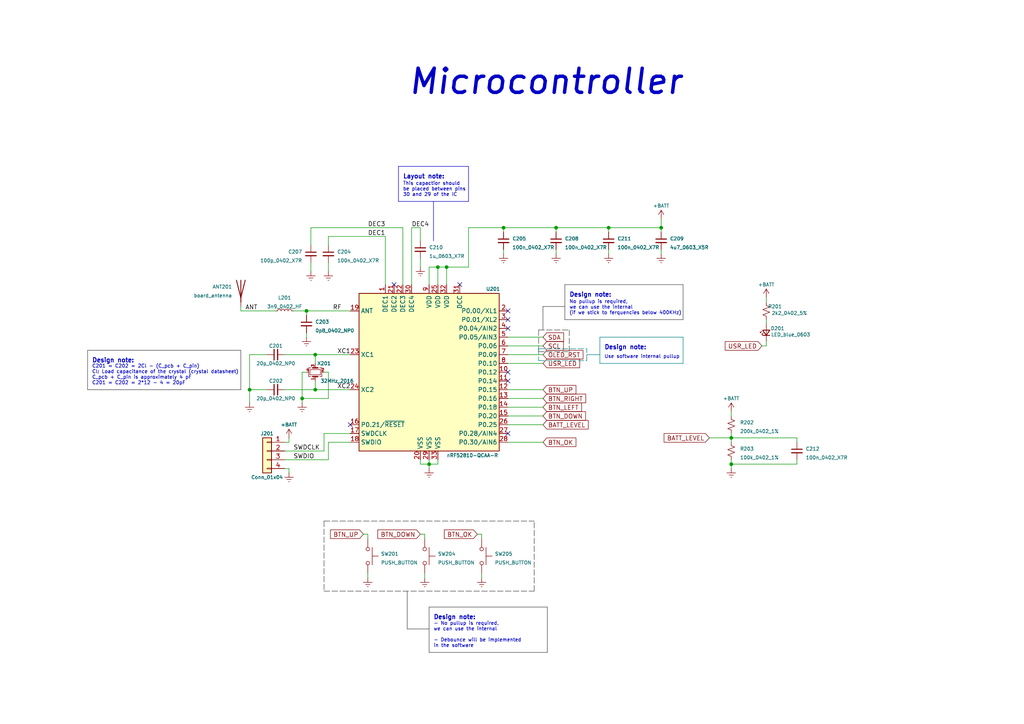
<source format=kicad_sch>
(kicad_sch (version 20211123) (generator eeschema)
  (paper "A4")
  (lib_symbols
    (symbol "Connector_Generic:Conn_01x04" (pin_names (offset 1.016) hide)
      (property "Reference" "J" (at 0 5.08 0))
      (property "Value" "Conn_01x04" (at 0 -7.62 0))
      (symbol "Conn_01x04_1_1"
        (rectangle (start -1.27 -4.953) (end 0 -5.207) (stroke (width 0.1524)))
        (rectangle (start -1.27 -2.413) (end 0 -2.667) (stroke (width 0.1524)))
        (rectangle (start -1.27 0.127) (end 0 -0.127) (stroke (width 0.1524)))
        (rectangle (start -1.27 2.667) (end 0 2.413) (stroke (width 0.1524)))
        (rectangle (start -1.27 3.81) (end 1.27 -6.35) (stroke (width 0.254)) (fill (type background)))
        (pin passive line (at -5.08 2.54 0) (length 3.81) (name "Pin_1") (number "1"))
        (pin passive line (at -5.08 0 0) (length 3.81) (name "Pin_2") (number "2"))
        (pin passive line (at -5.08 -2.54 0) (length 3.81) (name "Pin_3") (number "3"))
        (pin passive line (at -5.08 -5.08 0) (length 3.81) (name "Pin_4") (number "4"))
      )
    )
    (symbol "Device:Antenna" (pin_numbers hide) (pin_names (offset 1.016) hide)
      (property "Reference" "AE" (at -1.905 1.905 0))
      (property "Value" "Antenna" (at -1.905 0 0))
      (symbol "Antenna_0_1"
        (polyline (pts (xy 0 2.54) (xy 0 -3.81)) (stroke (width 0.254)))
        (polyline (pts (xy 1.27 2.54) (xy 0 -2.54) (xy -1.27 2.54)) (stroke (width 0.254)))
      )
      (symbol "Antenna_1_1"
        (pin input line (at 0 -5.08 90) (length 2.54) (name "A") (number "1"))
      )
    )
    (symbol "Device:C_Small" (pin_numbers hide) (pin_names (offset 0.254) hide)
      (property "Reference" "C" (at 0.254 1.778 0))
      (property "Value" "C_Small" (at 0.254 -2.032 0))
      (symbol "C_Small_0_1"
        (polyline (pts (xy -1.524 -0.508) (xy 1.524 -0.508)) (stroke (width 0.3302)))
        (polyline (pts (xy -1.524 0.508) (xy 1.524 0.508)) (stroke (width 0.3048)))
      )
      (symbol "C_Small_1_1"
        (pin passive line (at 0 2.54 270) (length 2.032) (name "~") (number "1"))
        (pin passive line (at 0 -2.54 90) (length 2.032) (name "~") (number "2"))
      )
    )
    (symbol "Device:Crystal_GND24_Small" (pin_names (offset 1.016) hide)
      (property "Reference" "Y" (at 1.27 4.445 0))
      (property "Value" "Crystal_GND24_Small" (at 1.27 2.54 0))
      (symbol "Crystal_GND24_Small_0_1"
        (rectangle (start -0.762 -1.524) (end 0.762 1.524))
        (polyline (pts (xy -1.27 -0.762) (xy -1.27 0.762)) (stroke (width 0.381)))
        (polyline (pts (xy 1.27 -0.762) (xy 1.27 0.762)) (stroke (width 0.381)))
        (polyline (pts (xy -1.27 -1.27) (xy -1.27 -1.905) (xy 1.27 -1.905) (xy 1.27 -1.27)))
        (polyline (pts (xy -1.27 1.27) (xy -1.27 1.905) (xy 1.27 1.905) (xy 1.27 1.27)))
      )
      (symbol "Crystal_GND24_Small_1_1"
        (pin passive line (at -2.54 0 0) (length 1.27) (name "1") (number "1"))
        (pin passive line (at 0 -2.54 90) (length 0.635) (name "2") (number "2"))
        (pin passive line (at 2.54 0 180) (length 1.27) (name "3") (number "3"))
        (pin passive line (at 0 2.54 270) (length 0.635) (name "4") (number "4"))
      )
    )
    (symbol "Device:LED_Small" (pin_numbers hide) (pin_names (offset 0.254) hide)
      (property "Reference" "D" (at -1.27 3.175 0))
      (property "Value" "LED_Small" (at -4.445 -2.54 0))
      (symbol "LED_Small_0_1"
        (polyline (pts (xy -0.762 -1.016) (xy -0.762 1.016)) (stroke (width 0.254)))
        (polyline (pts (xy 1.016 0) (xy -0.762 0)))
        (polyline (pts (xy 0.762 -1.016) (xy -0.762 0) (xy 0.762 1.016) (xy 0.762 -1.016)) (stroke (width 0.254)))
        (polyline (pts (xy 0 0.762) (xy -0.508 1.27) (xy -0.254 1.27) (xy -0.508 1.27) (xy -0.508 1.016)))
        (polyline (pts (xy 0.508 1.27) (xy 0 1.778) (xy 0.254 1.778) (xy 0 1.778) (xy 0 1.524)))
      )
      (symbol "LED_Small_1_1"
        (pin passive line (at -2.54 0 0) (length 1.778) (name "K") (number "1"))
        (pin passive line (at 2.54 0 180) (length 1.778) (name "A") (number "2"))
      )
    )
    (symbol "Device:L_Small" (pin_numbers hide) (pin_names (offset 0.254) hide)
      (property "Reference" "L" (at 0.762 1.016 0))
      (property "Value" "L_Small" (at 0.762 -1.016 0))
      (symbol "L_Small_0_1"
        (arc (start 0 -2.032) (mid 0.508 -1.524) (end 0 -1.016))
        (arc (start 0 -1.016) (mid 0.508 -0.508) (end 0 0))
        (arc (start 0 0) (mid 0.508 0.508) (end 0 1.016))
        (arc (start 0 1.016) (mid 0.508 1.524) (end 0 2.032))
      )
      (symbol "L_Small_1_1"
        (pin passive line (at 0 2.54 270) (length 0.508) (name "~") (number "1"))
        (pin passive line (at 0 -2.54 90) (length 0.508) (name "~") (number "2"))
      )
    )
    (symbol "Device:R_Small_US" (pin_numbers hide) (pin_names (offset 0.254) hide)
      (property "Reference" "R" (at 0.762 0.508 0))
      (property "Value" "R_Small_US" (at 0.762 -1.016 0))
      (symbol "R_Small_US_1_1"
        (polyline (pts (xy 0 0) (xy 1.016 -0.381) (xy 0 -0.762) (xy -1.016 -1.143) (xy 0 -1.524)))
        (polyline (pts (xy 0 1.524) (xy 1.016 1.143) (xy 0 0.762) (xy -1.016 0.381) (xy 0 0)))
        (pin passive line (at 0 2.54 270) (length 1.016) (name "~") (number "1"))
        (pin passive line (at 0 -2.54 90) (length 1.016) (name "~") (number "2"))
      )
    )
    (symbol "MCU_Nordic:nRF52810-QCxx"
      (property "Reference" "U201" (at 16.51 24.13 0))
      (property "Value" "nRF52810-QCAA-R" (at 5.08 -24.13 0))
      (symbol "nRF52810-QCxx_0_1"
        (rectangle (start -20.32 22.86) (end 20.32 -22.86) (stroke (width 0.254)) (fill (type background)))
      )
      (symbol "nRF52810-QCxx_1_1"
        (pin passive line (at -12.7 25.4 270) (length 2.54) (name "DEC1") (number "1"))
        (pin bidirectional line (at 22.86 0 180) (length 2.54) (name "P0.12") (number "10"))
        (pin bidirectional line (at 22.86 -2.54 180) (length 2.54) (name "P0.14") (number "11"))
        (pin bidirectional line (at 22.86 -5.08 180) (length 2.54) (name "P0.15") (number "12"))
        (pin bidirectional line (at 22.86 -7.62 180) (length 2.54) (name "P0.16") (number "13"))
        (pin bidirectional line (at 22.86 -10.16 180) (length 2.54) (name "P0.18") (number "14"))
        (pin bidirectional line (at 22.86 -12.7 180) (length 2.54) (name "P0.20") (number "15"))
        (pin bidirectional line (at -22.86 -15.24 0) (length 2.54) (name "P0.21/~{RESET}") (number "16"))
        (pin input line (at -22.86 -17.78 0) (length 2.54) (name "SWDCLK") (number "17"))
        (pin bidirectional line (at -22.86 -20.32 0) (length 2.54) (name "SWDIO") (number "18"))
        (pin passive line (at -22.86 17.78 0) (length 2.54) (name "ANT") (number "19"))
        (pin bidirectional line (at 22.86 17.78 180) (length 2.54) (name "P0.00/XL1") (number "2"))
        (pin power_in line (at -2.54 -25.4 90) (length 2.54) (name "VSS") (number "20"))
        (pin passive line (at -10.16 25.4 270) (length 2.54) (name "DEC2") (number "21"))
        (pin passive line (at -7.62 25.4 270) (length 2.54) (name "DEC3") (number "22"))
        (pin input line (at -22.86 5.08 0) (length 2.54) (name "XC1") (number "23"))
        (pin input line (at -22.86 -5.08 0) (length 2.54) (name "XC2") (number "24"))
        (pin power_in line (at 2.54 25.4 270) (length 2.54) (name "VDD") (number "25"))
        (pin bidirectional line (at 22.86 -15.24 180) (length 2.54) (name "P0.25") (number "26"))
        (pin bidirectional line (at 22.86 -17.78 180) (length 2.54) (name "P0.28/AIN4") (number "27"))
        (pin bidirectional line (at 22.86 -20.32 180) (length 2.54) (name "P0.30/AIN6") (number "28"))
        (pin power_in line (at 0 -25.4 90) (length 2.54) (name "VSS") (number "29"))
        (pin bidirectional line (at 22.86 15.24 180) (length 2.54) (name "P0.01/XL2") (number "3"))
        (pin passive line (at -5.08 25.4 270) (length 2.54) (name "DEC4") (number "30"))
        (pin power_out line (at 8.89 25.4 270) (length 2.54) (name "DCC") (number "31"))
        (pin power_in line (at 5.08 25.4 270) (length 2.54) (name "VDD") (number "32"))
        (pin power_in line (at 2.54 -25.4 90) (length 2.54) (name "VSS") (number "33"))
        (pin bidirectional line (at 22.86 12.7 180) (length 2.54) (name "P0.04/AIN2") (number "4"))
        (pin bidirectional line (at 22.86 10.16 180) (length 2.54) (name "P0.05/AIN3") (number "5"))
        (pin bidirectional line (at 22.86 7.62 180) (length 2.54) (name "P0.06") (number "6"))
        (pin bidirectional line (at 22.86 5.08 180) (length 2.54) (name "P0.09") (number "7"))
        (pin bidirectional line (at 22.86 2.54 180) (length 2.54) (name "P0.10") (number "8"))
        (pin power_in line (at 0 25.4 270) (length 2.54) (name "VDD") (number "9"))
      )
    )
    (symbol "Switch:SW_Push" (pin_numbers hide) (pin_names (offset 1.016) hide)
      (property "Reference" "SW" (at 1.27 2.54 0))
      (property "Value" "SW_Push" (at 0 -1.524 0))
      (symbol "SW_Push_0_1"
        (circle (center -2.032 0) (radius 0.508))
        (polyline (pts (xy 0 1.27) (xy 0 3.048)))
        (polyline (pts (xy 2.54 1.27) (xy -2.54 1.27)))
        (circle (center 2.032 0) (radius 0.508))
        (pin passive line (at -5.08 0 0) (length 2.54) (name "1") (number "1"))
        (pin passive line (at 5.08 0 180) (length 2.54) (name "2") (number "2"))
      )
    )
    (symbol "power:+BATT" (power) (pin_names (offset 0))
      (property "Value" "+BATT" (at 0 3.556 0))
      (symbol "+BATT_0_1"
        (polyline (pts (xy -0.762 1.27) (xy 0 2.54)))
        (polyline (pts (xy 0 0) (xy 0 2.54)))
        (polyline (pts (xy 0 2.54) (xy 0.762 1.27)))
      )
      (symbol "+BATT_1_1"
        (pin power_in line (at 0 0 90) (length 0) hide (name "+BATT") (number "1"))
      )
    )
    (symbol "power:Earth" (power) (pin_names (offset 0))
      (symbol "Earth_0_1"
        (polyline (pts (xy -0.635 -1.905) (xy 0.635 -1.905)))
        (polyline (pts (xy -0.127 -2.54) (xy 0.127 -2.54)))
        (polyline (pts (xy 0 -1.27) (xy 0 0)))
        (polyline (pts (xy 1.27 -1.27) (xy -1.27 -1.27)))
      )
      (symbol "Earth_1_1"
        (pin power_in line (at 0 0 270) (length 0) hide (name "Earth") (number "1"))
      )
    )
  )
  (junction (at 161.29 66.04))
  (junction (at 127 77.47))
  (junction (at 176.53 66.04))
  (junction (at 146.05 66.04))
  (junction (at 87.63 115.57))
  (junction (at 91.44 102.87))
  (junction (at 124.46 134.62))
  (junction (at 88.9 90.17))
  (junction (at 212.09 127))
  (junction (at 72.39 113.03))
  (junction (at 129.54 77.47))
  (junction (at 91.44 113.03))
  (junction (at 212.09 134.62))
  (junction (at 191.77 66.04))
  (no_connect (at 147.32 90.17))
  (no_connect (at 147.32 92.71))
  (no_connect (at 147.32 95.25))
  (no_connect (at 147.32 110.49))
  (no_connect (at 147.32 107.95))
  (no_connect (at 101.6 123.19))
  (no_connect (at 114.3 82.55))
  (no_connect (at 133.35 82.55))
  (no_connect (at 147.32 125.73))
  (wire (pts (xy 139.7 166.37) (xy 139.7 167.64)))
  (polyline (pts (xy 154.94 171.45) (xy 154.94 151.13)) (stroke (width 0) (type dash) (color 72 72 72 1)))
  (wire (pts (xy 77.47 102.87) (xy 72.39 102.87)))
  (polyline (pts (xy 118.11 171.45) (xy 118.1017 182.4268)) (stroke (width 0) (type solid) (color 72 72 72 1)))
  (wire (pts (xy 147.32 105.41) (xy 157.48 105.41)))
  (polyline (pts (xy 25.4 113.03) (xy 69.85 113.03)) (stroke (width 0) (type solid) (color 72 72 72 1)))
  (wire (pts (xy 220.98 100.33) (xy 222.25 100.33)))
  (wire (pts (xy 93.98 130.81) (xy 82.55 130.81)))
  (wire (pts (xy 82.55 102.87) (xy 91.44 102.87)))
  (wire (pts (xy 91.44 110.49) (xy 91.44 113.03)))
  (wire (pts (xy 72.39 113.03) (xy 72.39 116.84)))
  (polyline (pts (xy 115.57 48.26) (xy 115.57 58.42)) (stroke (width 0) (type solid)))
  (wire (pts (xy 90.17 76.2) (xy 90.17 78.74)))
  (wire (pts (xy 222.25 99.06) (xy 222.25 100.33)))
  (wire (pts (xy 231.14 128.27) (xy 231.14 127)))
  (polyline (pts (xy 118.1017 182.4268) (xy 124.4517 182.4268)) (stroke (width 0) (type solid) (color 72 72 72 1)))
  (wire (pts (xy 83.82 135.89) (xy 83.82 137.16)))
  (polyline (pts (xy 156.2183 101.1333) (xy 170.1883 101.1333)) (stroke (width 0) (type dash) (color 0 132 132 1)))
  (wire (pts (xy 129.54 77.47) (xy 129.54 82.55)))
  (wire (pts (xy 93.98 107.95) (xy 95.25 107.95)))
  (polyline (pts (xy 165.1083 101.9968) (xy 165.1083 95.7032)) (stroke (width 0) (type dash) (color 72 72 72 1)))
  (polyline (pts (xy 93.98 171.45) (xy 154.94 171.45)) (stroke (width 0) (type dash) (color 72 72 72 1)))
  (wire (pts (xy 147.32 123.19) (xy 157.48 123.19)))
  (wire (pts (xy 82.55 128.27) (xy 83.82 128.27)))
  (wire (pts (xy 129.54 77.47) (xy 135.89 77.47)))
  (wire (pts (xy 205.74 127) (xy 212.09 127)))
  (wire (pts (xy 95.25 128.27) (xy 101.6 128.27)))
  (wire (pts (xy 138.43 154.94) (xy 139.7 154.94)))
  (polyline (pts (xy 115.57 48.26) (xy 135.89 48.26)) (stroke (width 0) (type solid)))
  (polyline (pts (xy 163.83 82.55) (xy 198.12 82.55)) (stroke (width 0) (type solid) (color 72 72 72 1)))
  (wire (pts (xy 124.46 134.62) (xy 124.46 135.89)))
  (wire (pts (xy 105.41 154.94) (xy 106.68 154.94)))
  (wire (pts (xy 121.92 134.62) (xy 124.46 134.62)))
  (wire (pts (xy 72.39 113.03) (xy 77.47 113.03)))
  (polyline (pts (xy 156.2155 104.5893) (xy 170.1855 104.5893)) (stroke (width 0) (type dash) (color 0 132 132 1)))
  (wire (pts (xy 212.09 125.73) (xy 212.09 127)))
  (polyline (pts (xy 158.7417 176.0768) (xy 158.75 189.23)) (stroke (width 0) (type solid) (color 72 72 72 1)))
  (wire (pts (xy 91.44 102.87) (xy 101.6 102.87)))
  (wire (pts (xy 231.14 133.35) (xy 231.14 134.62)))
  (wire (pts (xy 146.05 72.39) (xy 146.05 73.66)))
  (wire (pts (xy 69.85 88.9) (xy 69.85 90.17)))
  (polyline (pts (xy 115.57 58.42) (xy 135.89 58.42)) (stroke (width 0) (type solid)))
  (wire (pts (xy 176.53 66.04) (xy 176.53 67.31)))
  (wire (pts (xy 147.32 128.27) (xy 157.48 128.27)))
  (wire (pts (xy 212.09 127) (xy 231.14 127)))
  (wire (pts (xy 123.19 166.37) (xy 123.19 167.64)))
  (polyline (pts (xy 157.48 88.9) (xy 163.83 88.9)) (stroke (width 0) (type solid) (color 72 72 72 1)))
  (wire (pts (xy 111.76 68.58) (xy 95.25 68.58)))
  (wire (pts (xy 146.05 66.04) (xy 146.05 67.31)))
  (wire (pts (xy 93.98 125.73) (xy 93.98 130.81)))
  (wire (pts (xy 101.6 90.17) (xy 88.9 90.17)))
  (polyline (pts (xy 170.1855 104.5893) (xy 170.1883 101.1333)) (stroke (width 0) (type dash) (color 0 132 132 1)))
  (wire (pts (xy 147.32 113.03) (xy 157.48 113.03)))
  (polyline (pts (xy 198.12 105.41) (xy 173.99 105.41)) (stroke (width 0) (type solid) (color 0 132 132 1)))
  (wire (pts (xy 212.09 133.35) (xy 212.09 134.62)))
  (wire (pts (xy 222.25 92.71) (xy 222.25 93.98)))
  (wire (pts (xy 147.32 118.11) (xy 157.48 118.11)))
  (polyline (pts (xy 198.12 97.79) (xy 198.12 105.41)) (stroke (width 0) (type solid) (color 0 132 132 1)))
  (wire (pts (xy 161.29 66.04) (xy 161.29 67.31)))
  (wire (pts (xy 88.9 107.95) (xy 87.63 107.95)))
  (wire (pts (xy 127 134.62) (xy 124.46 134.62)))
  (wire (pts (xy 69.85 90.17) (xy 80.01 90.17)))
  (wire (pts (xy 147.32 97.79) (xy 157.48 97.79)))
  (polyline (pts (xy 156.2183 101.9968) (xy 165.1083 101.9968)) (stroke (width 0) (type dash) (color 72 72 72 1)))
  (wire (pts (xy 191.77 63.5) (xy 191.77 66.04)))
  (wire (pts (xy 121.92 154.94) (xy 123.19 154.94)))
  (wire (pts (xy 82.55 135.89) (xy 83.82 135.89)))
  (polyline (pts (xy 125.73 58.42) (xy 125.73 69.85)) (stroke (width 0) (type solid)))
  (wire (pts (xy 147.32 115.57) (xy 157.48 115.57)))
  (wire (pts (xy 87.63 115.57) (xy 87.63 116.84)))
  (polyline (pts (xy 156.2183 95.7032) (xy 165.1083 95.7032)) (stroke (width 0) (type dash) (color 72 72 72 1)))
  (wire (pts (xy 95.25 115.57) (xy 87.63 115.57)))
  (polyline (pts (xy 170.18 102.87) (xy 173.99 102.87)) (stroke (width 0) (type solid) (color 0 132 132 1)))
  (polyline (pts (xy 173.99 97.79) (xy 198.12 97.79)) (stroke (width 0) (type solid) (color 0 132 132 1)))
  (polyline (pts (xy 124.4517 176.0768) (xy 124.46 189.23)) (stroke (width 0) (type solid) (color 72 72 72 1)))
  (wire (pts (xy 121.92 74.93) (xy 121.92 77.47)))
  (polyline (pts (xy 198.12 82.55) (xy 198.12 92.71)) (stroke (width 0) (type solid) (color 72 72 72 1)))
  (wire (pts (xy 231.14 134.62) (xy 212.09 134.62)))
  (wire (pts (xy 191.77 72.39) (xy 191.77 73.66)))
  (wire (pts (xy 121.92 66.04) (xy 121.92 69.85)))
  (wire (pts (xy 191.77 66.04) (xy 191.77 67.31)))
  (wire (pts (xy 147.32 102.87) (xy 157.48 102.87)))
  (wire (pts (xy 139.7 156.21) (xy 139.7 154.94)))
  (wire (pts (xy 85.09 90.17) (xy 88.9 90.17)))
  (wire (pts (xy 116.84 66.04) (xy 116.84 82.55)))
  (polyline (pts (xy 25.4 101.6) (xy 25.4 113.03)) (stroke (width 0) (type solid) (color 72 72 72 1)))
  (wire (pts (xy 111.76 82.55) (xy 111.76 68.58)))
  (wire (pts (xy 93.98 125.73) (xy 101.6 125.73)))
  (wire (pts (xy 146.05 66.04) (xy 161.29 66.04)))
  (wire (pts (xy 212.09 119.38) (xy 212.09 120.65)))
  (wire (pts (xy 161.29 66.04) (xy 176.53 66.04)))
  (wire (pts (xy 88.9 96.52) (xy 88.9 97.79)))
  (wire (pts (xy 106.68 166.37) (xy 106.68 167.64)))
  (wire (pts (xy 124.46 82.55) (xy 124.46 77.47)))
  (polyline (pts (xy 69.85 113.03) (xy 69.85 101.6)) (stroke (width 0) (type solid) (color 72 72 72 1)))
  (wire (pts (xy 135.89 77.47) (xy 135.89 66.04)))
  (polyline (pts (xy 124.4517 176.0768) (xy 158.7417 176.0768)) (stroke (width 0) (type solid) (color 72 72 72 1)))
  (wire (pts (xy 121.92 133.35) (xy 121.92 134.62)))
  (wire (pts (xy 95.25 76.2) (xy 95.25 78.74)))
  (wire (pts (xy 176.53 66.04) (xy 191.77 66.04)))
  (wire (pts (xy 127 77.47) (xy 129.54 77.47)))
  (wire (pts (xy 119.38 66.04) (xy 121.92 66.04)))
  (polyline (pts (xy 158.75 189.23) (xy 124.46 189.23)) (stroke (width 0) (type solid) (color 72 72 72 1)))
  (polyline (pts (xy 93.98 151.13) (xy 93.98 171.45)) (stroke (width 0) (type dash) (color 72 72 72 1)))
  (wire (pts (xy 91.44 113.03) (xy 82.55 113.03)))
  (polyline (pts (xy 156.2183 95.7032) (xy 156.2183 101.9968)) (stroke (width 0) (type dash) (color 72 72 72 1)))
  (polyline (pts (xy 93.98 151.13) (xy 154.94 151.13)) (stroke (width 0) (type dash) (color 72 72 72 1)))
  (wire (pts (xy 95.25 107.95) (xy 95.25 115.57)))
  (wire (pts (xy 124.46 133.35) (xy 124.46 134.62)))
  (wire (pts (xy 101.6 113.03) (xy 91.44 113.03)))
  (wire (pts (xy 95.25 128.27) (xy 95.25 133.35)))
  (wire (pts (xy 95.25 68.58) (xy 95.25 71.12)))
  (wire (pts (xy 123.19 156.21) (xy 123.19 154.94)))
  (wire (pts (xy 212.09 134.62) (xy 212.09 135.89)))
  (wire (pts (xy 88.9 90.17) (xy 88.9 91.44)))
  (wire (pts (xy 95.25 133.35) (xy 82.55 133.35)))
  (wire (pts (xy 127 133.35) (xy 127 134.62)))
  (polyline (pts (xy 198.12 92.71) (xy 163.83 92.71)) (stroke (width 0) (type solid) (color 72 72 72 1)))
  (polyline (pts (xy 157.48 95.6547) (xy 157.48 88.9)) (stroke (width 0) (type solid) (color 72 72 72 1)))
  (wire (pts (xy 147.32 100.33) (xy 157.48 100.33)))
  (polyline (pts (xy 135.89 58.42) (xy 135.89 48.26)) (stroke (width 0) (type solid)))
  (wire (pts (xy 176.53 72.39) (xy 176.53 73.66)))
  (polyline (pts (xy 163.83 82.55) (xy 163.83 92.71)) (stroke (width 0) (type solid) (color 72 72 72 1)))
  (wire (pts (xy 106.68 156.21) (xy 106.68 154.94)))
  (wire (pts (xy 119.38 82.55) (xy 119.38 66.04)))
  (wire (pts (xy 135.89 66.04) (xy 146.05 66.04)))
  (wire (pts (xy 83.82 128.27) (xy 83.82 127)))
  (wire (pts (xy 222.25 86.36) (xy 222.25 87.63)))
  (polyline (pts (xy 156.2183 101.1333) (xy 156.2155 104.5893)) (stroke (width 0) (type dash) (color 0 132 132 1)))
  (wire (pts (xy 72.39 102.87) (xy 72.39 113.03)))
  (wire (pts (xy 147.32 120.65) (xy 157.48 120.65)))
  (wire (pts (xy 212.09 127) (xy 212.09 128.27)))
  (polyline (pts (xy 173.99 97.79) (xy 173.99 105.41)) (stroke (width 0) (type solid) (color 0 132 132 1)))
  (wire (pts (xy 127 77.47) (xy 127 82.55)))
  (wire (pts (xy 90.17 66.04) (xy 90.17 71.12)))
  (wire (pts (xy 124.46 77.47) (xy 127 77.47)))
  (wire (pts (xy 87.63 107.95) (xy 87.63 115.57)))
  (wire (pts (xy 90.17 66.04) (xy 116.84 66.04)))
  (polyline (pts (xy 25.4 101.6) (xy 69.85 101.6)) (stroke (width 0) (type solid) (color 72 72 72 1)))
  (wire (pts (xy 161.29 72.39) (xy 161.29 73.66)))
  (wire (pts (xy 91.44 105.41) (xy 91.44 102.87)))
  (text "Microcontroller" (at 118.11 27.94 0) (effects (font (size 7 7) (thickness 1) bold italic) (justify left bottom)))
  (text "This capactior should \nbe placed between pins \n30 and 29 of the IC" (at 116.84 57.15 0) (effects (font (size 1 1)) (justify left bottom)))
  (text "- No pullup is required, \nwe can use the internal \n\n- Debounce will be implemented \nin the software" (at 125.73 187.96 0) (effects (font (size 1 1)) (justify left bottom)))
  (text "C201 = C202 = 2Cl - (C_pcb + C_pin)\nCl: Load capacitance of the crystal (crystal datasheet)\nC_pcb + C_pin is approximately 4 pF\nC201 = C202 = 2*12 - 4 = 20pF" (at 26.67 111.76 0) (effects (font (size 1 1)) (justify left bottom)))
  (text "Design note:" (at 26.67 105.41 0) (effects (font (size 1.27 1.27) (thickness 0.254) bold) (justify left bottom)))
  (text "Design note:" (at 165.1 86.36 0) (effects (font (size 1.27 1.27) (thickness 0.254) bold) (justify left bottom)))
  (text "Layout note:" (at 116.84 52.07 0) (effects (font (size 1.27 1.27) (thickness 0.254) bold) (justify left bottom)))
  (text "Design note:" (at 175.26 101.6 0) (effects (font (size 1.27 1.27) (thickness 0.254) bold) (justify left bottom)))
  (text "No pullup is required, \nwe can use the internal \n(if we stick to ferquencies below 400KHz)" (at 165.1 91.44 0) (effects (font (size 1 1)) (justify left bottom)))
  (text "Use software internal pullup" (at 175.26 104.14 0) (effects (font (size 1 1)) (justify left bottom)))
  (text "Design note:" (at 125.7217 179.8868 0) (effects (font (size 1.27 1.27) (thickness 0.254) bold) (justify left bottom)))
  (label "XC1" (at 97.79 102.87 0))
  (label "ANT" (at 71.12 90.17 0))
  (label "XC2" (at 97.79 113.03 0))
  (label "DEC1" (at 106.68 68.58 0))
  (label "RF" (at 96.52 90.17 0))
  (label "SWDCLK" (at 85.09 130.81 0))
  (label "DEC4" (at 119.38 66.04 0))
  (label "DEC3" (at 106.68 66.04 0))
  (label "SWDIO" (at 85.09 133.35 0))
  (global_label "SDA" (shape input) (at 157.48 97.79 0) (property "Intersheet References" "${INTERSHEET_REFS}" (effects hide)))
  (global_label "USR_LED" (shape input) (at 220.98 100.33 180) (property "Intersheet References" "${INTERSHEET_REFS}" (effects hide)))
  (global_label "BTN_DOWN" (shape input) (at 157.48 120.65 0) (property "Intersheet References" "${INTERSHEET_REFS}" (effects hide)))
  (global_label "BTN_DOWN" (shape input) (at 121.92 154.94 180) (property "Intersheet References" "${INTERSHEET_REFS}" (effects hide)))
  (global_label "BTN_UP" (shape input) (at 105.41 154.94 180) (property "Intersheet References" "${INTERSHEET_REFS}" (effects hide)))
  (global_label "BATT_LEVEL" (shape input) (at 157.48 123.19 0) (property "Intersheet References" "${INTERSHEET_REFS}" (effects hide)))
  (global_label "SCL" (shape input) (at 157.48 100.33 0) (property "Intersheet References" "${INTERSHEET_REFS}" (effects hide)))
  (global_label "BTN_UP" (shape input) (at 157.48 113.03 0) (property "Intersheet References" "${INTERSHEET_REFS}" (effects hide)))
  (global_label "BATT_LEVEL" (shape input) (at 205.74 127 180) (property "Intersheet References" "${INTERSHEET_REFS}" (effects hide)))
  (global_label "OLED_RST" (shape input) (at 157.48 102.87 0) (property "Intersheet References" "${INTERSHEET_REFS}" (effects hide)))
  (global_label "BTN_RIGHT" (shape input) (at 157.48 115.57 0) (property "Intersheet References" "${INTERSHEET_REFS}" (effects hide)))
  (global_label "BTN_OK" (shape input) (at 138.43 154.94 180) (property "Intersheet References" "${INTERSHEET_REFS}" (effects hide)))
  (global_label "BTN_LEFT" (shape input) (at 157.48 118.11 0) (property "Intersheet References" "${INTERSHEET_REFS}" (effects hide)))
  (global_label "BTN_OK" (shape input) (at 157.48 128.27 0) (property "Intersheet References" "${INTERSHEET_REFS}" (effects hide)))
  (global_label "USR_LED" (shape input) (at 157.48 105.41 0) (property "Intersheet References" "${INTERSHEET_REFS}" (effects hide)))
  (symbol (lib_id "power:Earth") (at 123.19 167.64 0) (unit 1)
    (property "Reference" "#PWR0121" (effects hide))
    (property "Value" "Earth" (effects hide))
  )
  (symbol (lib_id "Device:C_Small") (at 146.05 69.85 0) (unit 1)
    (property "Reference" "C205" (at 148.59 69.2212 0) (effects (font (size 1 1)) (justify left)))
    (property "Value" "100n_0402_X7R" (at 148.59 71.7613 0) (effects (font (size 1 1)) (justify left)))
    (property "Footprint" "Capacitor_SMD:C_0402_1005Metric" (effects hide))
  )
  (symbol (lib_id "Device:C_Small") (at 80.01 102.87 90) (unit 1)
    (property "Reference" "C201" (at 80.01 100.33 90) (effects (font (size 1 1))))
    (property "Value" "20p_0402_NP0" (at 80.01 105.41 90) (effects (font (size 1 1))))
    (property "Footprint" "Capacitor_SMD:C_0402_1005Metric" (effects hide))
  )
  (symbol (lib_id "Device:C_Small") (at 191.77 69.85 0) (unit 1)
    (property "Reference" "C209" (at 194.31 69.2213 0) (effects (font (size 1 1)) (justify left)))
    (property "Value" "4u7_0603_X5R" (at 194.31 71.7613 0) (effects (font (size 1 1)) (justify left)))
    (property "Footprint" "Capacitor_SMD:C_0603_1608Metric" (effects hide))
  )
  (symbol (lib_id "power:+BATT") (at 212.09 119.38 0) (unit 1)
    (property "Reference" "#PWR0107" (effects hide))
    (property "Value" "+BATT" (at 212.09 115.57 0) (effects (font (size 1 1))))
  )
  (symbol (lib_id "Switch:SW_Push") (at 106.68 161.29 270) (unit 1)
    (property "Reference" "SW201" (at 110.49 160.655 90) (effects (font (size 1 1)) (justify left)))
    (property "Value" "PUSH_BUTTON" (at 110.49 163.195 90) (effects (font (size 1 1)) (justify left)))
    (property "Footprint" "my_library:PUSH_BUTTON" (effects hide))
  )
  (symbol (lib_id "Device:C_Small") (at 95.25 73.66 0) (unit 1)
    (property "Reference" "C204" (at 97.79 73.0313 0) (effects (font (size 1 1)) (justify left)))
    (property "Value" "100n_0402_X7R" (at 97.79 75.5713 0) (effects (font (size 1 1)) (justify left)))
    (property "Footprint" "Capacitor_SMD:C_0402_1005Metric" (effects hide))
  )
  (symbol (lib_id "Switch:SW_Push") (at 139.7 161.29 270) (unit 1)
    (property "Reference" "SW205" (at 143.51 160.655 90) (effects (font (size 1 1)) (justify left)))
    (property "Value" "PUSH_BUTTON" (at 143.51 163.195 90) (effects (font (size 1 1)) (justify left)))
    (property "Footprint" "my_library:PUSH_BUTTON" (effects hide))
  )
  (symbol (lib_id "Device:R_Small_US") (at 222.25 90.17 0) (unit 1)
    (property "Reference" "R201" (at 224.79 88.9 0) (effects (font (size 1 1))))
    (property "Value" "2k2_0402_5%" (at 228.9549 90.8175 0) (effects (font (size 1 1))))
    (property "Footprint" "Resistor_SMD:R_0402_1005Metric" (effects hide))
  )
  (symbol (lib_id "power:Earth") (at 212.09 135.89 0) (unit 1)
    (property "Reference" "#PWR0109" (effects hide))
    (property "Value" "Earth" (effects hide))
  )
  (symbol (lib_id "Device:C_Small") (at 90.17 73.66 0) (mirror y) (unit 1)
    (property "Reference" "C207" (at 87.63 73.0312 0) (effects (font (size 1 1)) (justify left)))
    (property "Value" "100p_0402_X7R" (at 87.63 75.5713 0) (effects (font (size 1 1)) (justify left)))
    (property "Footprint" "Capacitor_SMD:C_0402_1005Metric" (effects hide))
  )
  (symbol (lib_id "Device:L_Small") (at 82.55 90.17 90) (unit 1)
    (property "Reference" "L201" (at 82.55 86.36 90) (effects (font (size 1 1))))
    (property "Value" "3n9_0402_HF" (at 82.55 88.9 90) (effects (font (size 1 1))))
    (property "Footprint" "Inductor_SMD:L_0402_1005Metric" (effects hide))
  )
  (symbol (lib_id "Connector_Generic:Conn_01x04") (at 77.47 130.81 0) (mirror y) (unit 1)
    (property "Reference" "J201" (at 77.47 125.73 0) (effects (font (size 1 1))))
    (property "Value" "Conn_01x04" (at 77.47 138.43 0) (effects (font (size 1 1))))
    (property "Footprint" "Connector_PinHeader_2.54mm:PinHeader_1x04_P2.54mm_Vertical" (effects hide))
  )
  (symbol (lib_id "power:Earth") (at 83.82 137.16 0) (unit 1)
    (property "Reference" "#PWR0113" (effects hide))
    (property "Value" "Earth" (effects hide))
  )
  (symbol (lib_id "power:Earth") (at 88.9 97.79 0) (unit 1)
    (property "Reference" "#PWR0112" (effects hide))
    (property "Value" "Earth" (effects hide))
  )
  (symbol (lib_id "power:Earth") (at 72.39 116.84 0) (unit 1)
    (property "Reference" "#PWR0114" (effects hide))
    (property "Value" "Earth" (effects hide))
  )
  (symbol (lib_id "power:Earth") (at 146.05 73.66 0) (unit 1)
    (property "Reference" "#PWR0104" (effects hide))
    (property "Value" "Earth" (effects hide))
  )
  (symbol (lib_id "Device:R_Small_US") (at 212.09 130.81 0) (unit 1)
    (property "Reference" "R203" (at 214.63 130.175 0) (effects (font (size 1 1)) (justify left)))
    (property "Value" "100k_0402_1%" (at 214.63 132.715 0) (effects (font (size 1 1)) (justify left)))
    (property "Footprint" "Resistor_SMD:R_0402_1005Metric" (effects hide))
  )
  (symbol (lib_id "Device:C_Small") (at 88.9 93.98 0) (unit 1)
    (property "Reference" "C203" (at 91.44 93.3513 0) (effects (font (size 1 1)) (justify left)))
    (property "Value" "0p8_0402_NP0" (at 91.44 95.8913 0) (effects (font (size 1 1)) (justify left)))
    (property "Footprint" "Capacitor_SMD:C_0402_1005Metric" (effects hide))
  )
  (symbol (lib_id "Device:C_Small") (at 80.01 113.03 90) (unit 1)
    (property "Reference" "C202" (at 80.01 110.49 90) (effects (font (size 1 1))))
    (property "Value" "20p_0402_NP0" (at 80.01 115.57 90) (effects (font (size 1 1))))
    (property "Footprint" "Capacitor_SMD:C_0402_1005Metric" (effects hide))
  )
  (symbol (lib_id "Device:C_Small") (at 121.92 72.39 0) (unit 1)
    (property "Reference" "C210" (at 124.46 71.7613 0) (effects (font (size 1 1)) (justify left)))
    (property "Value" "1u_0603_X7R" (at 124.46 74.3013 0) (effects (font (size 1 1)) (justify left)))
    (property "Footprint" "Capacitor_SMD:C_0603_1608Metric" (effects hide))
  )
  (symbol (lib_id "power:Earth") (at 95.25 78.74 0) (unit 1)
    (property "Reference" "#PWR0110" (effects hide))
    (property "Value" "Earth" (effects hide))
  )
  (symbol (lib_id "power:+BATT") (at 222.25 86.36 0) (unit 1)
    (property "Reference" "#PWR0108" (effects hide))
    (property "Value" "+BATT" (at 222.25 82.55 0) (effects (font (size 1 1))))
  )
  (symbol (lib_id "power:Earth") (at 124.46 135.89 0) (unit 1)
    (property "Reference" "#PWR0122" (effects hide))
    (property "Value" "Earth" (effects hide))
  )
  (symbol (lib_id "Device:C_Small") (at 176.53 69.85 0) (unit 1)
    (property "Reference" "C211" (at 179.07 69.2213 0) (effects (font (size 1 1)) (justify left)))
    (property "Value" "100n_0402_X7R" (at 179.07 71.7613 0) (effects (font (size 1 1)) (justify left)))
    (property "Footprint" "Capacitor_SMD:C_0402_1005Metric" (effects hide))
  )
  (symbol (lib_id "power:Earth") (at 176.53 73.66 0) (unit 1)
    (property "Reference" "#PWR0103" (effects hide))
    (property "Value" "Earth" (effects hide))
  )
  (symbol (lib_id "Device:C_Small") (at 231.14 130.81 0) (unit 1)
    (property "Reference" "C212" (at 233.68 130.1812 0) (effects (font (size 1 1)) (justify left)))
    (property "Value" "100n_0402_X7R" (at 233.68 132.7213 0) (effects (font (size 1 1)) (justify left)))
    (property "Footprint" "Capacitor_SMD:C_0402_1005Metric" (effects hide))
  )
  (symbol (lib_id "MCU_Nordic:nRF52810-QCxx") (at 124.46 107.95 0) (unit 1)
    (property "Reference" "U201" (at 140.97 83.82 0) (effects (font (size 1 1)) (justify left)))
    (property "Value" "nRF52810-QCAA-R" (at 129.54 132.08 0) (effects (font (size 1 1)) (justify left)))
    (property "Footprint" "Package_DFN_QFN:QFN-32-1EP_5x5mm_P0.5mm_EP3.6x3.6mm" (effects hide))
    (property "Datasheet" "http://infocenter.nordicsemi.com/pdf/nRF52810_PS_v1.1.pdf" (effects hide))
  )
  (symbol (lib_id "power:+BATT") (at 83.82 127 0) (unit 1)
    (property "Reference" "#PWR0116" (effects hide))
    (property "Value" "+BATT" (at 83.82 123.19 0) (effects (font (size 1 1))))
  )
  (symbol (lib_id "Device:Crystal_GND24_Small") (at 91.44 107.95 90) (unit 1)
    (property "Reference" "X201" (at 93.98 105.41 90) (effects (font (size 1 1))))
    (property "Value" "32MHz_2016" (at 97.79 110.49 90) (effects (font (size 1 1))))
    (property "Footprint" "Crystal:Crystal_SMD_2016-4Pin_2.0x1.6mm" (effects hide))
  )
  (symbol (lib_id "power:Earth") (at 139.7 167.64 0) (unit 1)
    (property "Reference" "#PWR0120" (effects hide))
    (property "Value" "Earth" (effects hide))
  )
  (symbol (lib_id "power:Earth") (at 90.17 78.74 0) (mirror y) (unit 1)
    (property "Reference" "#PWR0111" (effects hide))
    (property "Value" "Earth" (effects hide))
  )
  (symbol (lib_id "power:+BATT") (at 191.77 63.5 0) (unit 1)
    (property "Reference" "#PWR0105" (effects hide))
    (property "Value" "+BATT" (at 191.77 59.69 0) (effects (font (size 1 1))))
  )
  (symbol (lib_id "power:Earth") (at 87.63 116.84 0) (unit 1)
    (property "Reference" "#PWR0115" (effects hide))
    (property "Value" "Earth" (effects hide))
  )
  (symbol (lib_id "Device:LED_Small") (at 222.25 96.52 90) (unit 1)
    (property "Reference" "D201" (at 223.52 95.25 90) (effects (font (size 1 1)) (justify right)))
    (property "Value" "LED_blue_0603" (at 223.6244 97.0484 90) (effects (font (size 1 1)) (justify right)))
    (property "Footprint" "LED_SMD:LED_0603_1608Metric" (effects hide))
  )
  (symbol (lib_id "Device:R_Small_US") (at 212.09 123.19 0) (unit 1)
    (property "Reference" "R202" (at 214.63 122.555 0) (effects (font (size 1 1)) (justify left)))
    (property "Value" "200k_0402_1%" (at 214.63 125.095 0) (effects (font (size 1 1)) (justify left)))
    (property "Footprint" "Resistor_SMD:R_0402_1005Metric" (effects hide))
  )
  (symbol (lib_id "Device:Antenna") (at 69.85 83.82 0) (mirror y) (unit 1)
    (property "Reference" "ANT201" (at 67.31 83.1849 0) (effects (font (size 1 1)) (justify left)))
    (property "Value" "board_antenna" (at 67.31 85.7249 0) (effects (font (size 1 1)) (justify left)))
    (property "Footprint" "my_library:nrf52_antenna" (effects hide))
  )
  (symbol (lib_id "Switch:SW_Push") (at 123.19 161.29 270) (unit 1)
    (property "Reference" "SW204" (at 127 160.655 90) (effects (font (size 1 1)) (justify left)))
    (property "Value" "PUSH_BUTTON" (at 127 163.195 90) (effects (font (size 1 1)) (justify left)))
    (property "Footprint" "my_library:PUSH_BUTTON" (effects hide))
  )
  (symbol (lib_id "Device:C_Small") (at 161.29 69.85 0) (unit 1)
    (property "Reference" "C208" (at 163.83 69.2213 0) (effects (font (size 1 1)) (justify left)))
    (property "Value" "100n_0402_X7R" (at 163.83 71.7613 0) (effects (font (size 1 1)) (justify left)))
    (property "Footprint" "Capacitor_SMD:C_0402_1005Metric" (effects hide))
  )
  (symbol (lib_id "power:Earth") (at 106.68 167.64 0) (unit 1)
    (property "Reference" "#PWR0117" (effects hide))
    (property "Value" "Earth" (effects hide))
  )
  (symbol (lib_id "power:Earth") (at 191.77 73.66 0) (unit 1)
    (property "Reference" "#PWR0106" (effects hide))
    (property "Value" "Earth" (effects hide))
  )
  (symbol (lib_id "power:Earth") (at 161.29 73.66 0) (unit 1)
    (property "Reference" "#PWR0101" (effects hide))
    (property "Value" "Earth" (effects hide))
  )
  (symbol (lib_id "power:Earth") (at 121.92 77.47 0) (unit 1)
    (property "Reference" "#PWR0102" (effects hide))
    (property "Value" "Earth" (effects hide))
  )
)
</source>
